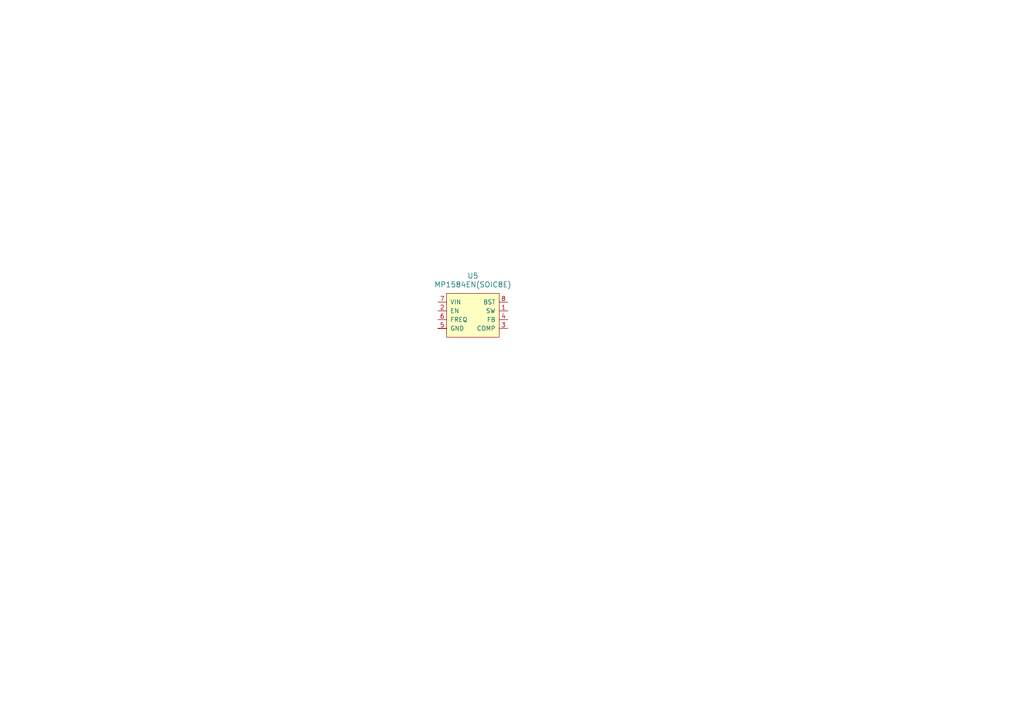
<source format=kicad_sch>
(kicad_sch (version 20250114) (generator "eeschema") (generator_version "9.0")
  (paper "A4")
  (lib_symbols
    (symbol "OLIMEX_IC:MP1584EN(SOIC8E)" (pin_names (offset 1.016))
      (property "Reference" "U" (at -1.27 5.715 0))
      (property "Value" "MP1584EN(SOIC8E)" (at -10.795 -10.16 0))
      (symbol "MP1584EN(SOIC8E)_1_0"
        (pin power_in line (at -10.16 2.54 0) (length 2.54) (name "VIN") (number "7"))
        (pin input line (at -10.16 0 0) (length 2.54) (name "EN") (number "2"))
        (pin input line (at -10.16 -2.54 0) (length 2.54) (name "FREQ") (number "6"))
        (pin power_in line (at -10.16 -5.08 0) (length 2.54) (name "GND") (number "5"))
        (pin input line (at -10.16 -5.08 0) (length 2.54) (name "EP") (number "EP"))
        (pin input line (at -10.16 -5.08 0) (length 2.54) (name "EP@1") (number "EP1"))
        (pin passive line (at 10.16 2.54 180) (length 2.54) (name "BST") (number "8"))
        (pin output line (at 10.16 0 180) (length 2.54) (name "SW") (number "1"))
        (pin input line (at 10.16 -2.54 180) (length 2.54) (name "FB") (number "4"))
        (pin output line (at 10.16 -5.08 180) (length 2.54) (name "COMP") (number "3"))
      )
      (symbol "MP1584EN(SOIC8E)_1_1"
        (rectangle (start -7.62 5.08) (end 7.62 -7.62) (fill (type background)))
      )
    )
  )
  (symbol (lib_id "OLIMEX_IC:MP1584EN(SOIC8E)") (at 137.16 90.17 0) (unit 1)
    (property "Reference" "U5" (at 137.16 80.01 0) (effects (font (size 1.524 1.524))))
    (property "Value" "MP1584EN(SOIC8E)" (at 137.16 82.55 0) (effects (font (size 1.524 1.524))))
  )
)
</source>
